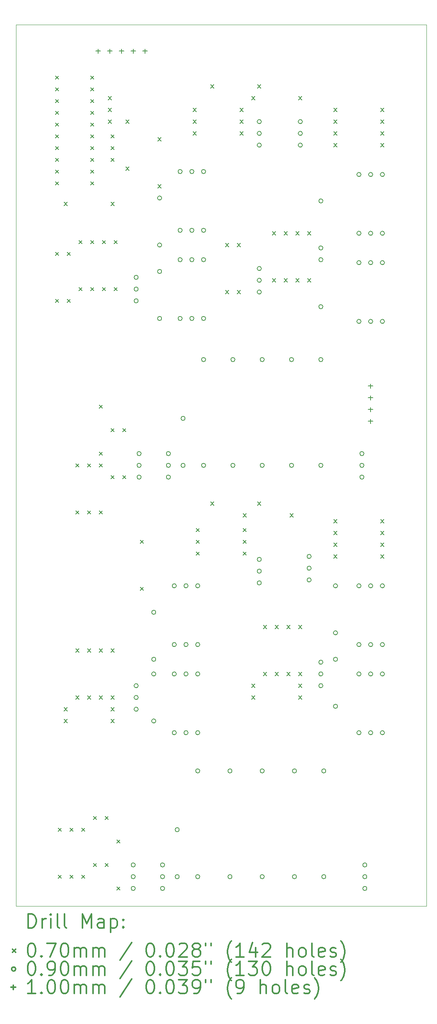
<source format=gbr>
%FSLAX45Y45*%
G04 Gerber Fmt 4.5, Leading zero omitted, Abs format (unit mm)*
G04 Created by KiCad (PCBNEW 4.0.1-stable) date 01/16/17 05:03:12*
%MOMM*%
G01*
G04 APERTURE LIST*
%ADD10C,0.127000*%
%ADD11C,0.100000*%
%ADD12C,0.200000*%
%ADD13C,0.300000*%
G04 APERTURE END LIST*
D10*
D11*
X12192000Y-3810000D02*
X12192000Y-22860000D01*
X21082000Y-22860000D02*
X21082000Y-3810000D01*
X21082000Y-22860000D02*
X12192000Y-22860000D01*
X12192000Y-3810000D02*
X21082000Y-3810000D01*
D12*
X13046000Y-4918000D02*
X13116000Y-4988000D01*
X13116000Y-4918000D02*
X13046000Y-4988000D01*
X13046000Y-5172000D02*
X13116000Y-5242000D01*
X13116000Y-5172000D02*
X13046000Y-5242000D01*
X13046000Y-5426000D02*
X13116000Y-5496000D01*
X13116000Y-5426000D02*
X13046000Y-5496000D01*
X13046000Y-5680000D02*
X13116000Y-5750000D01*
X13116000Y-5680000D02*
X13046000Y-5750000D01*
X13046000Y-5934000D02*
X13116000Y-6004000D01*
X13116000Y-5934000D02*
X13046000Y-6004000D01*
X13046000Y-6188000D02*
X13116000Y-6258000D01*
X13116000Y-6188000D02*
X13046000Y-6258000D01*
X13046000Y-6442000D02*
X13116000Y-6512000D01*
X13116000Y-6442000D02*
X13046000Y-6512000D01*
X13046000Y-6696000D02*
X13116000Y-6766000D01*
X13116000Y-6696000D02*
X13046000Y-6766000D01*
X13046000Y-6950000D02*
X13116000Y-7020000D01*
X13116000Y-6950000D02*
X13046000Y-7020000D01*
X13046000Y-7204000D02*
X13116000Y-7274000D01*
X13116000Y-7204000D02*
X13046000Y-7274000D01*
X13046000Y-8728000D02*
X13116000Y-8798000D01*
X13116000Y-8728000D02*
X13046000Y-8798000D01*
X13046000Y-9744000D02*
X13116000Y-9814000D01*
X13116000Y-9744000D02*
X13046000Y-9814000D01*
X13109500Y-21174000D02*
X13179500Y-21244000D01*
X13179500Y-21174000D02*
X13109500Y-21244000D01*
X13109500Y-22190000D02*
X13179500Y-22260000D01*
X13179500Y-22190000D02*
X13109500Y-22260000D01*
X13236500Y-7648500D02*
X13306500Y-7718500D01*
X13306500Y-7648500D02*
X13236500Y-7718500D01*
X13236500Y-18570500D02*
X13306500Y-18640500D01*
X13306500Y-18570500D02*
X13236500Y-18640500D01*
X13236500Y-18824500D02*
X13306500Y-18894500D01*
X13306500Y-18824500D02*
X13236500Y-18894500D01*
X13300000Y-8728000D02*
X13370000Y-8798000D01*
X13370000Y-8728000D02*
X13300000Y-8798000D01*
X13300000Y-9744000D02*
X13370000Y-9814000D01*
X13370000Y-9744000D02*
X13300000Y-9814000D01*
X13363500Y-21174000D02*
X13433500Y-21244000D01*
X13433500Y-21174000D02*
X13363500Y-21244000D01*
X13363500Y-22190000D02*
X13433500Y-22260000D01*
X13433500Y-22190000D02*
X13363500Y-22260000D01*
X13490500Y-13300000D02*
X13560500Y-13370000D01*
X13560500Y-13300000D02*
X13490500Y-13370000D01*
X13490500Y-14316000D02*
X13560500Y-14386000D01*
X13560500Y-14316000D02*
X13490500Y-14386000D01*
X13490500Y-17300500D02*
X13560500Y-17370500D01*
X13560500Y-17300500D02*
X13490500Y-17370500D01*
X13490500Y-18316500D02*
X13560500Y-18386500D01*
X13560500Y-18316500D02*
X13490500Y-18386500D01*
X13554000Y-8474000D02*
X13624000Y-8544000D01*
X13624000Y-8474000D02*
X13554000Y-8544000D01*
X13554000Y-9490000D02*
X13624000Y-9560000D01*
X13624000Y-9490000D02*
X13554000Y-9560000D01*
X13617500Y-21174000D02*
X13687500Y-21244000D01*
X13687500Y-21174000D02*
X13617500Y-21244000D01*
X13617500Y-22190000D02*
X13687500Y-22260000D01*
X13687500Y-22190000D02*
X13617500Y-22260000D01*
X13744500Y-13300000D02*
X13814500Y-13370000D01*
X13814500Y-13300000D02*
X13744500Y-13370000D01*
X13744500Y-14316000D02*
X13814500Y-14386000D01*
X13814500Y-14316000D02*
X13744500Y-14386000D01*
X13744500Y-17300500D02*
X13814500Y-17370500D01*
X13814500Y-17300500D02*
X13744500Y-17370500D01*
X13744500Y-18316500D02*
X13814500Y-18386500D01*
X13814500Y-18316500D02*
X13744500Y-18386500D01*
X13808000Y-4918000D02*
X13878000Y-4988000D01*
X13878000Y-4918000D02*
X13808000Y-4988000D01*
X13808000Y-5172000D02*
X13878000Y-5242000D01*
X13878000Y-5172000D02*
X13808000Y-5242000D01*
X13808000Y-5426000D02*
X13878000Y-5496000D01*
X13878000Y-5426000D02*
X13808000Y-5496000D01*
X13808000Y-5680000D02*
X13878000Y-5750000D01*
X13878000Y-5680000D02*
X13808000Y-5750000D01*
X13808000Y-5934000D02*
X13878000Y-6004000D01*
X13878000Y-5934000D02*
X13808000Y-6004000D01*
X13808000Y-6188000D02*
X13878000Y-6258000D01*
X13878000Y-6188000D02*
X13808000Y-6258000D01*
X13808000Y-6442000D02*
X13878000Y-6512000D01*
X13878000Y-6442000D02*
X13808000Y-6512000D01*
X13808000Y-6696000D02*
X13878000Y-6766000D01*
X13878000Y-6696000D02*
X13808000Y-6766000D01*
X13808000Y-6950000D02*
X13878000Y-7020000D01*
X13878000Y-6950000D02*
X13808000Y-7020000D01*
X13808000Y-7204000D02*
X13878000Y-7274000D01*
X13878000Y-7204000D02*
X13808000Y-7274000D01*
X13808000Y-8474000D02*
X13878000Y-8544000D01*
X13878000Y-8474000D02*
X13808000Y-8544000D01*
X13808000Y-9490000D02*
X13878000Y-9560000D01*
X13878000Y-9490000D02*
X13808000Y-9560000D01*
X13871500Y-20920000D02*
X13941500Y-20990000D01*
X13941500Y-20920000D02*
X13871500Y-20990000D01*
X13871500Y-21936000D02*
X13941500Y-22006000D01*
X13941500Y-21936000D02*
X13871500Y-22006000D01*
X13998500Y-12030000D02*
X14068500Y-12100000D01*
X14068500Y-12030000D02*
X13998500Y-12100000D01*
X13998500Y-13046000D02*
X14068500Y-13116000D01*
X14068500Y-13046000D02*
X13998500Y-13116000D01*
X13998500Y-13300000D02*
X14068500Y-13370000D01*
X14068500Y-13300000D02*
X13998500Y-13370000D01*
X13998500Y-14316000D02*
X14068500Y-14386000D01*
X14068500Y-14316000D02*
X13998500Y-14386000D01*
X13998500Y-17300500D02*
X14068500Y-17370500D01*
X14068500Y-17300500D02*
X13998500Y-17370500D01*
X13998500Y-18316500D02*
X14068500Y-18386500D01*
X14068500Y-18316500D02*
X13998500Y-18386500D01*
X14062000Y-8474000D02*
X14132000Y-8544000D01*
X14132000Y-8474000D02*
X14062000Y-8544000D01*
X14062000Y-9490000D02*
X14132000Y-9560000D01*
X14132000Y-9490000D02*
X14062000Y-9560000D01*
X14125500Y-20920000D02*
X14195500Y-20990000D01*
X14195500Y-20920000D02*
X14125500Y-20990000D01*
X14125500Y-21936000D02*
X14195500Y-22006000D01*
X14195500Y-21936000D02*
X14125500Y-22006000D01*
X14189000Y-5362500D02*
X14259000Y-5432500D01*
X14259000Y-5362500D02*
X14189000Y-5432500D01*
X14189000Y-5616500D02*
X14259000Y-5686500D01*
X14259000Y-5616500D02*
X14189000Y-5686500D01*
X14189000Y-5870500D02*
X14259000Y-5940500D01*
X14259000Y-5870500D02*
X14189000Y-5940500D01*
X14252500Y-6188000D02*
X14322500Y-6258000D01*
X14322500Y-6188000D02*
X14252500Y-6258000D01*
X14252500Y-6442000D02*
X14322500Y-6512000D01*
X14322500Y-6442000D02*
X14252500Y-6512000D01*
X14252500Y-6696000D02*
X14322500Y-6766000D01*
X14322500Y-6696000D02*
X14252500Y-6766000D01*
X14252500Y-7648500D02*
X14322500Y-7718500D01*
X14322500Y-7648500D02*
X14252500Y-7718500D01*
X14252500Y-12538000D02*
X14322500Y-12608000D01*
X14322500Y-12538000D02*
X14252500Y-12608000D01*
X14252500Y-13554000D02*
X14322500Y-13624000D01*
X14322500Y-13554000D02*
X14252500Y-13624000D01*
X14252500Y-17300500D02*
X14322500Y-17370500D01*
X14322500Y-17300500D02*
X14252500Y-17370500D01*
X14252500Y-18316500D02*
X14322500Y-18386500D01*
X14322500Y-18316500D02*
X14252500Y-18386500D01*
X14252500Y-18570500D02*
X14322500Y-18640500D01*
X14322500Y-18570500D02*
X14252500Y-18640500D01*
X14252500Y-18824500D02*
X14322500Y-18894500D01*
X14322500Y-18824500D02*
X14252500Y-18894500D01*
X14316000Y-8474000D02*
X14386000Y-8544000D01*
X14386000Y-8474000D02*
X14316000Y-8544000D01*
X14316000Y-9490000D02*
X14386000Y-9560000D01*
X14386000Y-9490000D02*
X14316000Y-9560000D01*
X14379500Y-21428000D02*
X14449500Y-21498000D01*
X14449500Y-21428000D02*
X14379500Y-21498000D01*
X14379500Y-22444000D02*
X14449500Y-22514000D01*
X14449500Y-22444000D02*
X14379500Y-22514000D01*
X14506500Y-12538000D02*
X14576500Y-12608000D01*
X14576500Y-12538000D02*
X14506500Y-12608000D01*
X14506500Y-13554000D02*
X14576500Y-13624000D01*
X14576500Y-13554000D02*
X14506500Y-13624000D01*
X14570000Y-5870500D02*
X14640000Y-5940500D01*
X14640000Y-5870500D02*
X14570000Y-5940500D01*
X14570000Y-6886500D02*
X14640000Y-6956500D01*
X14640000Y-6886500D02*
X14570000Y-6956500D01*
X14887500Y-14951000D02*
X14957500Y-15021000D01*
X14957500Y-14951000D02*
X14887500Y-15021000D01*
X14887500Y-15967000D02*
X14957500Y-16037000D01*
X14957500Y-15967000D02*
X14887500Y-16037000D01*
X15268500Y-6251500D02*
X15338500Y-6321500D01*
X15338500Y-6251500D02*
X15268500Y-6321500D01*
X15268500Y-7267500D02*
X15338500Y-7337500D01*
X15338500Y-7267500D02*
X15268500Y-7337500D01*
X16030500Y-5616500D02*
X16100500Y-5686500D01*
X16100500Y-5616500D02*
X16030500Y-5686500D01*
X16030500Y-5870500D02*
X16100500Y-5940500D01*
X16100500Y-5870500D02*
X16030500Y-5940500D01*
X16030500Y-6124500D02*
X16100500Y-6194500D01*
X16100500Y-6124500D02*
X16030500Y-6194500D01*
X16094000Y-14697000D02*
X16164000Y-14767000D01*
X16164000Y-14697000D02*
X16094000Y-14767000D01*
X16094000Y-14951000D02*
X16164000Y-15021000D01*
X16164000Y-14951000D02*
X16094000Y-15021000D01*
X16094000Y-15205000D02*
X16164000Y-15275000D01*
X16164000Y-15205000D02*
X16094000Y-15275000D01*
X16411500Y-5108500D02*
X16481500Y-5178500D01*
X16481500Y-5108500D02*
X16411500Y-5178500D01*
X16411500Y-14125500D02*
X16481500Y-14195500D01*
X16481500Y-14125500D02*
X16411500Y-14195500D01*
X16729000Y-8537500D02*
X16799000Y-8607500D01*
X16799000Y-8537500D02*
X16729000Y-8607500D01*
X16729000Y-9553500D02*
X16799000Y-9623500D01*
X16799000Y-9553500D02*
X16729000Y-9623500D01*
X16983000Y-8537500D02*
X17053000Y-8607500D01*
X17053000Y-8537500D02*
X16983000Y-8607500D01*
X16983000Y-9553500D02*
X17053000Y-9623500D01*
X17053000Y-9553500D02*
X16983000Y-9623500D01*
X17046500Y-5616500D02*
X17116500Y-5686500D01*
X17116500Y-5616500D02*
X17046500Y-5686500D01*
X17046500Y-5870500D02*
X17116500Y-5940500D01*
X17116500Y-5870500D02*
X17046500Y-5940500D01*
X17046500Y-6124500D02*
X17116500Y-6194500D01*
X17116500Y-6124500D02*
X17046500Y-6194500D01*
X17110000Y-14379500D02*
X17180000Y-14449500D01*
X17180000Y-14379500D02*
X17110000Y-14449500D01*
X17110000Y-14697000D02*
X17180000Y-14767000D01*
X17180000Y-14697000D02*
X17110000Y-14767000D01*
X17110000Y-14951000D02*
X17180000Y-15021000D01*
X17180000Y-14951000D02*
X17110000Y-15021000D01*
X17110000Y-15205000D02*
X17180000Y-15275000D01*
X17180000Y-15205000D02*
X17110000Y-15275000D01*
X17300500Y-5362500D02*
X17370500Y-5432500D01*
X17370500Y-5362500D02*
X17300500Y-5432500D01*
X17300500Y-18062500D02*
X17370500Y-18132500D01*
X17370500Y-18062500D02*
X17300500Y-18132500D01*
X17300500Y-18316500D02*
X17370500Y-18386500D01*
X17370500Y-18316500D02*
X17300500Y-18386500D01*
X17427500Y-5108500D02*
X17497500Y-5178500D01*
X17497500Y-5108500D02*
X17427500Y-5178500D01*
X17427500Y-14125500D02*
X17497500Y-14195500D01*
X17497500Y-14125500D02*
X17427500Y-14195500D01*
X17554500Y-16792500D02*
X17624500Y-16862500D01*
X17624500Y-16792500D02*
X17554500Y-16862500D01*
X17554500Y-17808500D02*
X17624500Y-17878500D01*
X17624500Y-17808500D02*
X17554500Y-17878500D01*
X17745000Y-8283500D02*
X17815000Y-8353500D01*
X17815000Y-8283500D02*
X17745000Y-8353500D01*
X17745000Y-9299500D02*
X17815000Y-9369500D01*
X17815000Y-9299500D02*
X17745000Y-9369500D01*
X17808500Y-16792500D02*
X17878500Y-16862500D01*
X17878500Y-16792500D02*
X17808500Y-16862500D01*
X17808500Y-17808500D02*
X17878500Y-17878500D01*
X17878500Y-17808500D02*
X17808500Y-17878500D01*
X17999000Y-8283500D02*
X18069000Y-8353500D01*
X18069000Y-8283500D02*
X17999000Y-8353500D01*
X17999000Y-9299500D02*
X18069000Y-9369500D01*
X18069000Y-9299500D02*
X17999000Y-9369500D01*
X18062500Y-16792500D02*
X18132500Y-16862500D01*
X18132500Y-16792500D02*
X18062500Y-16862500D01*
X18062500Y-17808500D02*
X18132500Y-17878500D01*
X18132500Y-17808500D02*
X18062500Y-17878500D01*
X18126000Y-14379500D02*
X18196000Y-14449500D01*
X18196000Y-14379500D02*
X18126000Y-14449500D01*
X18253000Y-8283500D02*
X18323000Y-8353500D01*
X18323000Y-8283500D02*
X18253000Y-8353500D01*
X18253000Y-9299500D02*
X18323000Y-9369500D01*
X18323000Y-9299500D02*
X18253000Y-9369500D01*
X18316500Y-5362500D02*
X18386500Y-5432500D01*
X18386500Y-5362500D02*
X18316500Y-5432500D01*
X18316500Y-16792500D02*
X18386500Y-16862500D01*
X18386500Y-16792500D02*
X18316500Y-16862500D01*
X18316500Y-17808500D02*
X18386500Y-17878500D01*
X18386500Y-17808500D02*
X18316500Y-17878500D01*
X18316500Y-18062500D02*
X18386500Y-18132500D01*
X18386500Y-18062500D02*
X18316500Y-18132500D01*
X18316500Y-18316500D02*
X18386500Y-18386500D01*
X18386500Y-18316500D02*
X18316500Y-18386500D01*
X18507000Y-8283500D02*
X18577000Y-8353500D01*
X18577000Y-8283500D02*
X18507000Y-8353500D01*
X18507000Y-9299500D02*
X18577000Y-9369500D01*
X18577000Y-9299500D02*
X18507000Y-9369500D01*
X19078500Y-5616500D02*
X19148500Y-5686500D01*
X19148500Y-5616500D02*
X19078500Y-5686500D01*
X19078500Y-5870500D02*
X19148500Y-5940500D01*
X19148500Y-5870500D02*
X19078500Y-5940500D01*
X19078500Y-6124500D02*
X19148500Y-6194500D01*
X19148500Y-6124500D02*
X19078500Y-6194500D01*
X19078500Y-6378500D02*
X19148500Y-6448500D01*
X19148500Y-6378500D02*
X19078500Y-6448500D01*
X19078500Y-14506500D02*
X19148500Y-14576500D01*
X19148500Y-14506500D02*
X19078500Y-14576500D01*
X19078500Y-14760500D02*
X19148500Y-14830500D01*
X19148500Y-14760500D02*
X19078500Y-14830500D01*
X19078500Y-15014500D02*
X19148500Y-15084500D01*
X19148500Y-15014500D02*
X19078500Y-15084500D01*
X19078500Y-15268500D02*
X19148500Y-15338500D01*
X19148500Y-15268500D02*
X19078500Y-15338500D01*
X20094500Y-5616500D02*
X20164500Y-5686500D01*
X20164500Y-5616500D02*
X20094500Y-5686500D01*
X20094500Y-5870500D02*
X20164500Y-5940500D01*
X20164500Y-5870500D02*
X20094500Y-5940500D01*
X20094500Y-6124500D02*
X20164500Y-6194500D01*
X20164500Y-6124500D02*
X20094500Y-6194500D01*
X20094500Y-6378500D02*
X20164500Y-6448500D01*
X20164500Y-6378500D02*
X20094500Y-6448500D01*
X20094500Y-14506500D02*
X20164500Y-14576500D01*
X20164500Y-14506500D02*
X20094500Y-14576500D01*
X20094500Y-14760500D02*
X20164500Y-14830500D01*
X20164500Y-14760500D02*
X20094500Y-14830500D01*
X20094500Y-15014500D02*
X20164500Y-15084500D01*
X20164500Y-15014500D02*
X20094500Y-15084500D01*
X20094500Y-15268500D02*
X20164500Y-15338500D01*
X20164500Y-15268500D02*
X20094500Y-15338500D01*
X14777000Y-21971000D02*
G75*
G03X14777000Y-21971000I-45000J0D01*
G01*
X14777000Y-22225000D02*
G75*
G03X14777000Y-22225000I-45000J0D01*
G01*
X14777000Y-22479000D02*
G75*
G03X14777000Y-22479000I-45000J0D01*
G01*
X14840500Y-9271000D02*
G75*
G03X14840500Y-9271000I-45000J0D01*
G01*
X14840500Y-9525000D02*
G75*
G03X14840500Y-9525000I-45000J0D01*
G01*
X14840500Y-9779000D02*
G75*
G03X14840500Y-9779000I-45000J0D01*
G01*
X14840500Y-18097500D02*
G75*
G03X14840500Y-18097500I-45000J0D01*
G01*
X14840500Y-18351500D02*
G75*
G03X14840500Y-18351500I-45000J0D01*
G01*
X14840500Y-18605500D02*
G75*
G03X14840500Y-18605500I-45000J0D01*
G01*
X14904000Y-13081000D02*
G75*
G03X14904000Y-13081000I-45000J0D01*
G01*
X14904000Y-13335000D02*
G75*
G03X14904000Y-13335000I-45000J0D01*
G01*
X14904000Y-13589000D02*
G75*
G03X14904000Y-13589000I-45000J0D01*
G01*
X15221500Y-17526000D02*
G75*
G03X15221500Y-17526000I-45000J0D01*
G01*
X15221500Y-18859500D02*
G75*
G03X15221500Y-18859500I-45000J0D01*
G01*
X15221754Y-16510052D02*
G75*
G03X15221754Y-16510052I-45000J0D01*
G01*
X15221754Y-17843552D02*
G75*
G03X15221754Y-17843552I-45000J0D01*
G01*
X15348500Y-8572500D02*
G75*
G03X15348500Y-8572500I-45000J0D01*
G01*
X15348500Y-10160000D02*
G75*
G03X15348500Y-10160000I-45000J0D01*
G01*
X15348754Y-7556552D02*
G75*
G03X15348754Y-7556552I-45000J0D01*
G01*
X15348754Y-9144052D02*
G75*
G03X15348754Y-9144052I-45000J0D01*
G01*
X15412000Y-21971000D02*
G75*
G03X15412000Y-21971000I-45000J0D01*
G01*
X15412000Y-22225000D02*
G75*
G03X15412000Y-22225000I-45000J0D01*
G01*
X15412000Y-22479000D02*
G75*
G03X15412000Y-22479000I-45000J0D01*
G01*
X15539000Y-13081000D02*
G75*
G03X15539000Y-13081000I-45000J0D01*
G01*
X15539000Y-13335000D02*
G75*
G03X15539000Y-13335000I-45000J0D01*
G01*
X15539000Y-13589000D02*
G75*
G03X15539000Y-13589000I-45000J0D01*
G01*
X15666000Y-15938500D02*
G75*
G03X15666000Y-15938500I-45000J0D01*
G01*
X15666000Y-17208500D02*
G75*
G03X15666000Y-17208500I-45000J0D01*
G01*
X15666000Y-17843500D02*
G75*
G03X15666000Y-17843500I-45000J0D01*
G01*
X15666000Y-19113500D02*
G75*
G03X15666000Y-19113500I-45000J0D01*
G01*
X15729246Y-22224948D02*
G75*
G03X15729246Y-22224948I-45000J0D01*
G01*
X15729500Y-21209000D02*
G75*
G03X15729500Y-21209000I-45000J0D01*
G01*
X15793000Y-6985000D02*
G75*
G03X15793000Y-6985000I-45000J0D01*
G01*
X15793000Y-8255000D02*
G75*
G03X15793000Y-8255000I-45000J0D01*
G01*
X15793000Y-8890000D02*
G75*
G03X15793000Y-8890000I-45000J0D01*
G01*
X15793000Y-10160000D02*
G75*
G03X15793000Y-10160000I-45000J0D01*
G01*
X15856246Y-13334948D02*
G75*
G03X15856246Y-13334948I-45000J0D01*
G01*
X15856500Y-12319000D02*
G75*
G03X15856500Y-12319000I-45000J0D01*
G01*
X15920000Y-15938500D02*
G75*
G03X15920000Y-15938500I-45000J0D01*
G01*
X15920000Y-17208500D02*
G75*
G03X15920000Y-17208500I-45000J0D01*
G01*
X15920000Y-17843500D02*
G75*
G03X15920000Y-17843500I-45000J0D01*
G01*
X15920000Y-19113500D02*
G75*
G03X15920000Y-19113500I-45000J0D01*
G01*
X16047000Y-6985000D02*
G75*
G03X16047000Y-6985000I-45000J0D01*
G01*
X16047000Y-8255000D02*
G75*
G03X16047000Y-8255000I-45000J0D01*
G01*
X16047000Y-8890000D02*
G75*
G03X16047000Y-8890000I-45000J0D01*
G01*
X16047000Y-10160000D02*
G75*
G03X16047000Y-10160000I-45000J0D01*
G01*
X16174000Y-15938500D02*
G75*
G03X16174000Y-15938500I-45000J0D01*
G01*
X16174000Y-17208500D02*
G75*
G03X16174000Y-17208500I-45000J0D01*
G01*
X16174000Y-17843500D02*
G75*
G03X16174000Y-17843500I-45000J0D01*
G01*
X16174000Y-19113500D02*
G75*
G03X16174000Y-19113500I-45000J0D01*
G01*
X16174000Y-19939000D02*
G75*
G03X16174000Y-19939000I-45000J0D01*
G01*
X16174000Y-22225000D02*
G75*
G03X16174000Y-22225000I-45000J0D01*
G01*
X16301000Y-6985000D02*
G75*
G03X16301000Y-6985000I-45000J0D01*
G01*
X16301000Y-8255000D02*
G75*
G03X16301000Y-8255000I-45000J0D01*
G01*
X16301000Y-8890000D02*
G75*
G03X16301000Y-8890000I-45000J0D01*
G01*
X16301000Y-10160000D02*
G75*
G03X16301000Y-10160000I-45000J0D01*
G01*
X16301000Y-11049000D02*
G75*
G03X16301000Y-11049000I-45000J0D01*
G01*
X16301000Y-13335000D02*
G75*
G03X16301000Y-13335000I-45000J0D01*
G01*
X16872500Y-19939000D02*
G75*
G03X16872500Y-19939000I-45000J0D01*
G01*
X16872500Y-22225000D02*
G75*
G03X16872500Y-22225000I-45000J0D01*
G01*
X16936000Y-11049000D02*
G75*
G03X16936000Y-11049000I-45000J0D01*
G01*
X16936000Y-13335000D02*
G75*
G03X16936000Y-13335000I-45000J0D01*
G01*
X17507500Y-5905500D02*
G75*
G03X17507500Y-5905500I-45000J0D01*
G01*
X17507500Y-6159500D02*
G75*
G03X17507500Y-6159500I-45000J0D01*
G01*
X17507500Y-6413500D02*
G75*
G03X17507500Y-6413500I-45000J0D01*
G01*
X17507500Y-9080500D02*
G75*
G03X17507500Y-9080500I-45000J0D01*
G01*
X17507500Y-9334500D02*
G75*
G03X17507500Y-9334500I-45000J0D01*
G01*
X17507500Y-9588500D02*
G75*
G03X17507500Y-9588500I-45000J0D01*
G01*
X17507500Y-15367000D02*
G75*
G03X17507500Y-15367000I-45000J0D01*
G01*
X17507500Y-15621000D02*
G75*
G03X17507500Y-15621000I-45000J0D01*
G01*
X17507500Y-15875000D02*
G75*
G03X17507500Y-15875000I-45000J0D01*
G01*
X17571000Y-11049000D02*
G75*
G03X17571000Y-11049000I-45000J0D01*
G01*
X17571000Y-13335000D02*
G75*
G03X17571000Y-13335000I-45000J0D01*
G01*
X17571000Y-19939000D02*
G75*
G03X17571000Y-19939000I-45000J0D01*
G01*
X17571000Y-22225000D02*
G75*
G03X17571000Y-22225000I-45000J0D01*
G01*
X18206000Y-11049000D02*
G75*
G03X18206000Y-11049000I-45000J0D01*
G01*
X18206000Y-13335000D02*
G75*
G03X18206000Y-13335000I-45000J0D01*
G01*
X18269500Y-19939000D02*
G75*
G03X18269500Y-19939000I-45000J0D01*
G01*
X18269500Y-22225000D02*
G75*
G03X18269500Y-22225000I-45000J0D01*
G01*
X18396500Y-5905500D02*
G75*
G03X18396500Y-5905500I-45000J0D01*
G01*
X18396500Y-6159500D02*
G75*
G03X18396500Y-6159500I-45000J0D01*
G01*
X18396500Y-6413500D02*
G75*
G03X18396500Y-6413500I-45000J0D01*
G01*
X18587000Y-15303500D02*
G75*
G03X18587000Y-15303500I-45000J0D01*
G01*
X18587000Y-15557500D02*
G75*
G03X18587000Y-15557500I-45000J0D01*
G01*
X18587000Y-15811500D02*
G75*
G03X18587000Y-15811500I-45000J0D01*
G01*
X18841000Y-8636000D02*
G75*
G03X18841000Y-8636000I-45000J0D01*
G01*
X18841000Y-9906000D02*
G75*
G03X18841000Y-9906000I-45000J0D01*
G01*
X18841000Y-11049000D02*
G75*
G03X18841000Y-11049000I-45000J0D01*
G01*
X18841000Y-13335000D02*
G75*
G03X18841000Y-13335000I-45000J0D01*
G01*
X18841000Y-17589500D02*
G75*
G03X18841000Y-17589500I-45000J0D01*
G01*
X18841000Y-17843500D02*
G75*
G03X18841000Y-17843500I-45000J0D01*
G01*
X18841000Y-18097500D02*
G75*
G03X18841000Y-18097500I-45000J0D01*
G01*
X18841254Y-7620052D02*
G75*
G03X18841254Y-7620052I-45000J0D01*
G01*
X18841254Y-8890052D02*
G75*
G03X18841254Y-8890052I-45000J0D01*
G01*
X18904500Y-19939000D02*
G75*
G03X18904500Y-19939000I-45000J0D01*
G01*
X18904500Y-22225000D02*
G75*
G03X18904500Y-22225000I-45000J0D01*
G01*
X19158500Y-16954500D02*
G75*
G03X19158500Y-16954500I-45000J0D01*
G01*
X19158500Y-18542000D02*
G75*
G03X19158500Y-18542000I-45000J0D01*
G01*
X19158754Y-15938552D02*
G75*
G03X19158754Y-15938552I-45000J0D01*
G01*
X19158754Y-17526052D02*
G75*
G03X19158754Y-17526052I-45000J0D01*
G01*
X19666500Y-7048500D02*
G75*
G03X19666500Y-7048500I-45000J0D01*
G01*
X19666500Y-8318500D02*
G75*
G03X19666500Y-8318500I-45000J0D01*
G01*
X19666500Y-8953500D02*
G75*
G03X19666500Y-8953500I-45000J0D01*
G01*
X19666500Y-10223500D02*
G75*
G03X19666500Y-10223500I-45000J0D01*
G01*
X19666500Y-15938500D02*
G75*
G03X19666500Y-15938500I-45000J0D01*
G01*
X19666500Y-17208500D02*
G75*
G03X19666500Y-17208500I-45000J0D01*
G01*
X19666500Y-17843500D02*
G75*
G03X19666500Y-17843500I-45000J0D01*
G01*
X19666500Y-19113500D02*
G75*
G03X19666500Y-19113500I-45000J0D01*
G01*
X19730000Y-13081000D02*
G75*
G03X19730000Y-13081000I-45000J0D01*
G01*
X19730000Y-13335000D02*
G75*
G03X19730000Y-13335000I-45000J0D01*
G01*
X19730000Y-13589000D02*
G75*
G03X19730000Y-13589000I-45000J0D01*
G01*
X19793500Y-21971000D02*
G75*
G03X19793500Y-21971000I-45000J0D01*
G01*
X19793500Y-22225000D02*
G75*
G03X19793500Y-22225000I-45000J0D01*
G01*
X19793500Y-22479000D02*
G75*
G03X19793500Y-22479000I-45000J0D01*
G01*
X19920500Y-7048500D02*
G75*
G03X19920500Y-7048500I-45000J0D01*
G01*
X19920500Y-8318500D02*
G75*
G03X19920500Y-8318500I-45000J0D01*
G01*
X19920500Y-8953500D02*
G75*
G03X19920500Y-8953500I-45000J0D01*
G01*
X19920500Y-10223500D02*
G75*
G03X19920500Y-10223500I-45000J0D01*
G01*
X19920500Y-15938500D02*
G75*
G03X19920500Y-15938500I-45000J0D01*
G01*
X19920500Y-17208500D02*
G75*
G03X19920500Y-17208500I-45000J0D01*
G01*
X19920500Y-17843500D02*
G75*
G03X19920500Y-17843500I-45000J0D01*
G01*
X19920500Y-19113500D02*
G75*
G03X19920500Y-19113500I-45000J0D01*
G01*
X20174500Y-7048500D02*
G75*
G03X20174500Y-7048500I-45000J0D01*
G01*
X20174500Y-8318500D02*
G75*
G03X20174500Y-8318500I-45000J0D01*
G01*
X20174500Y-8953500D02*
G75*
G03X20174500Y-8953500I-45000J0D01*
G01*
X20174500Y-10223500D02*
G75*
G03X20174500Y-10223500I-45000J0D01*
G01*
X20174500Y-15938500D02*
G75*
G03X20174500Y-15938500I-45000J0D01*
G01*
X20174500Y-17208500D02*
G75*
G03X20174500Y-17208500I-45000J0D01*
G01*
X20174500Y-17843500D02*
G75*
G03X20174500Y-17843500I-45000J0D01*
G01*
X20174500Y-19113500D02*
G75*
G03X20174500Y-19113500I-45000J0D01*
G01*
X13970000Y-4331500D02*
X13970000Y-4431500D01*
X13920000Y-4381500D02*
X14020000Y-4381500D01*
X14224000Y-4331500D02*
X14224000Y-4431500D01*
X14174000Y-4381500D02*
X14274000Y-4381500D01*
X14478000Y-4331500D02*
X14478000Y-4431500D01*
X14428000Y-4381500D02*
X14528000Y-4381500D01*
X14732000Y-4331500D02*
X14732000Y-4431500D01*
X14682000Y-4381500D02*
X14782000Y-4381500D01*
X14986000Y-4331500D02*
X14986000Y-4431500D01*
X14936000Y-4381500D02*
X15036000Y-4381500D01*
X19875500Y-11570500D02*
X19875500Y-11670500D01*
X19825500Y-11620500D02*
X19925500Y-11620500D01*
X19875500Y-11824500D02*
X19875500Y-11924500D01*
X19825500Y-11874500D02*
X19925500Y-11874500D01*
X19875500Y-12078500D02*
X19875500Y-12178500D01*
X19825500Y-12128500D02*
X19925500Y-12128500D01*
X19875500Y-12332500D02*
X19875500Y-12432500D01*
X19825500Y-12382500D02*
X19925500Y-12382500D01*
D13*
X12458428Y-23330714D02*
X12458428Y-23030714D01*
X12529857Y-23030714D01*
X12572714Y-23045000D01*
X12601286Y-23073571D01*
X12615571Y-23102143D01*
X12629857Y-23159286D01*
X12629857Y-23202143D01*
X12615571Y-23259286D01*
X12601286Y-23287857D01*
X12572714Y-23316429D01*
X12529857Y-23330714D01*
X12458428Y-23330714D01*
X12758428Y-23330714D02*
X12758428Y-23130714D01*
X12758428Y-23187857D02*
X12772714Y-23159286D01*
X12787000Y-23145000D01*
X12815571Y-23130714D01*
X12844143Y-23130714D01*
X12944143Y-23330714D02*
X12944143Y-23130714D01*
X12944143Y-23030714D02*
X12929857Y-23045000D01*
X12944143Y-23059286D01*
X12958428Y-23045000D01*
X12944143Y-23030714D01*
X12944143Y-23059286D01*
X13129857Y-23330714D02*
X13101286Y-23316429D01*
X13087000Y-23287857D01*
X13087000Y-23030714D01*
X13287000Y-23330714D02*
X13258428Y-23316429D01*
X13244143Y-23287857D01*
X13244143Y-23030714D01*
X13629857Y-23330714D02*
X13629857Y-23030714D01*
X13729857Y-23245000D01*
X13829857Y-23030714D01*
X13829857Y-23330714D01*
X14101286Y-23330714D02*
X14101286Y-23173571D01*
X14087000Y-23145000D01*
X14058428Y-23130714D01*
X14001286Y-23130714D01*
X13972714Y-23145000D01*
X14101286Y-23316429D02*
X14072714Y-23330714D01*
X14001286Y-23330714D01*
X13972714Y-23316429D01*
X13958428Y-23287857D01*
X13958428Y-23259286D01*
X13972714Y-23230714D01*
X14001286Y-23216429D01*
X14072714Y-23216429D01*
X14101286Y-23202143D01*
X14244143Y-23130714D02*
X14244143Y-23430714D01*
X14244143Y-23145000D02*
X14272714Y-23130714D01*
X14329857Y-23130714D01*
X14358428Y-23145000D01*
X14372714Y-23159286D01*
X14387000Y-23187857D01*
X14387000Y-23273571D01*
X14372714Y-23302143D01*
X14358428Y-23316429D01*
X14329857Y-23330714D01*
X14272714Y-23330714D01*
X14244143Y-23316429D01*
X14515571Y-23302143D02*
X14529857Y-23316429D01*
X14515571Y-23330714D01*
X14501286Y-23316429D01*
X14515571Y-23302143D01*
X14515571Y-23330714D01*
X14515571Y-23145000D02*
X14529857Y-23159286D01*
X14515571Y-23173571D01*
X14501286Y-23159286D01*
X14515571Y-23145000D01*
X14515571Y-23173571D01*
X12117000Y-23790000D02*
X12187000Y-23860000D01*
X12187000Y-23790000D02*
X12117000Y-23860000D01*
X12515571Y-23660714D02*
X12544143Y-23660714D01*
X12572714Y-23675000D01*
X12587000Y-23689286D01*
X12601286Y-23717857D01*
X12615571Y-23775000D01*
X12615571Y-23846429D01*
X12601286Y-23903571D01*
X12587000Y-23932143D01*
X12572714Y-23946429D01*
X12544143Y-23960714D01*
X12515571Y-23960714D01*
X12487000Y-23946429D01*
X12472714Y-23932143D01*
X12458428Y-23903571D01*
X12444143Y-23846429D01*
X12444143Y-23775000D01*
X12458428Y-23717857D01*
X12472714Y-23689286D01*
X12487000Y-23675000D01*
X12515571Y-23660714D01*
X12744143Y-23932143D02*
X12758428Y-23946429D01*
X12744143Y-23960714D01*
X12729857Y-23946429D01*
X12744143Y-23932143D01*
X12744143Y-23960714D01*
X12858428Y-23660714D02*
X13058428Y-23660714D01*
X12929857Y-23960714D01*
X13229857Y-23660714D02*
X13258428Y-23660714D01*
X13287000Y-23675000D01*
X13301286Y-23689286D01*
X13315571Y-23717857D01*
X13329857Y-23775000D01*
X13329857Y-23846429D01*
X13315571Y-23903571D01*
X13301286Y-23932143D01*
X13287000Y-23946429D01*
X13258428Y-23960714D01*
X13229857Y-23960714D01*
X13201286Y-23946429D01*
X13187000Y-23932143D01*
X13172714Y-23903571D01*
X13158428Y-23846429D01*
X13158428Y-23775000D01*
X13172714Y-23717857D01*
X13187000Y-23689286D01*
X13201286Y-23675000D01*
X13229857Y-23660714D01*
X13458428Y-23960714D02*
X13458428Y-23760714D01*
X13458428Y-23789286D02*
X13472714Y-23775000D01*
X13501286Y-23760714D01*
X13544143Y-23760714D01*
X13572714Y-23775000D01*
X13587000Y-23803571D01*
X13587000Y-23960714D01*
X13587000Y-23803571D02*
X13601286Y-23775000D01*
X13629857Y-23760714D01*
X13672714Y-23760714D01*
X13701286Y-23775000D01*
X13715571Y-23803571D01*
X13715571Y-23960714D01*
X13858428Y-23960714D02*
X13858428Y-23760714D01*
X13858428Y-23789286D02*
X13872714Y-23775000D01*
X13901286Y-23760714D01*
X13944143Y-23760714D01*
X13972714Y-23775000D01*
X13987000Y-23803571D01*
X13987000Y-23960714D01*
X13987000Y-23803571D02*
X14001286Y-23775000D01*
X14029857Y-23760714D01*
X14072714Y-23760714D01*
X14101286Y-23775000D01*
X14115571Y-23803571D01*
X14115571Y-23960714D01*
X14701286Y-23646429D02*
X14444143Y-24032143D01*
X15087000Y-23660714D02*
X15115571Y-23660714D01*
X15144143Y-23675000D01*
X15158428Y-23689286D01*
X15172714Y-23717857D01*
X15187000Y-23775000D01*
X15187000Y-23846429D01*
X15172714Y-23903571D01*
X15158428Y-23932143D01*
X15144143Y-23946429D01*
X15115571Y-23960714D01*
X15087000Y-23960714D01*
X15058428Y-23946429D01*
X15044143Y-23932143D01*
X15029857Y-23903571D01*
X15015571Y-23846429D01*
X15015571Y-23775000D01*
X15029857Y-23717857D01*
X15044143Y-23689286D01*
X15058428Y-23675000D01*
X15087000Y-23660714D01*
X15315571Y-23932143D02*
X15329857Y-23946429D01*
X15315571Y-23960714D01*
X15301286Y-23946429D01*
X15315571Y-23932143D01*
X15315571Y-23960714D01*
X15515571Y-23660714D02*
X15544143Y-23660714D01*
X15572714Y-23675000D01*
X15587000Y-23689286D01*
X15601285Y-23717857D01*
X15615571Y-23775000D01*
X15615571Y-23846429D01*
X15601285Y-23903571D01*
X15587000Y-23932143D01*
X15572714Y-23946429D01*
X15544143Y-23960714D01*
X15515571Y-23960714D01*
X15487000Y-23946429D01*
X15472714Y-23932143D01*
X15458428Y-23903571D01*
X15444143Y-23846429D01*
X15444143Y-23775000D01*
X15458428Y-23717857D01*
X15472714Y-23689286D01*
X15487000Y-23675000D01*
X15515571Y-23660714D01*
X15729857Y-23689286D02*
X15744143Y-23675000D01*
X15772714Y-23660714D01*
X15844143Y-23660714D01*
X15872714Y-23675000D01*
X15887000Y-23689286D01*
X15901285Y-23717857D01*
X15901285Y-23746429D01*
X15887000Y-23789286D01*
X15715571Y-23960714D01*
X15901285Y-23960714D01*
X16072714Y-23789286D02*
X16044143Y-23775000D01*
X16029857Y-23760714D01*
X16015571Y-23732143D01*
X16015571Y-23717857D01*
X16029857Y-23689286D01*
X16044143Y-23675000D01*
X16072714Y-23660714D01*
X16129857Y-23660714D01*
X16158428Y-23675000D01*
X16172714Y-23689286D01*
X16187000Y-23717857D01*
X16187000Y-23732143D01*
X16172714Y-23760714D01*
X16158428Y-23775000D01*
X16129857Y-23789286D01*
X16072714Y-23789286D01*
X16044143Y-23803571D01*
X16029857Y-23817857D01*
X16015571Y-23846429D01*
X16015571Y-23903571D01*
X16029857Y-23932143D01*
X16044143Y-23946429D01*
X16072714Y-23960714D01*
X16129857Y-23960714D01*
X16158428Y-23946429D01*
X16172714Y-23932143D01*
X16187000Y-23903571D01*
X16187000Y-23846429D01*
X16172714Y-23817857D01*
X16158428Y-23803571D01*
X16129857Y-23789286D01*
X16301286Y-23660714D02*
X16301286Y-23717857D01*
X16415571Y-23660714D02*
X16415571Y-23717857D01*
X16858428Y-24075000D02*
X16844143Y-24060714D01*
X16815571Y-24017857D01*
X16801286Y-23989286D01*
X16787000Y-23946429D01*
X16772714Y-23875000D01*
X16772714Y-23817857D01*
X16787000Y-23746429D01*
X16801286Y-23703571D01*
X16815571Y-23675000D01*
X16844143Y-23632143D01*
X16858428Y-23617857D01*
X17129857Y-23960714D02*
X16958428Y-23960714D01*
X17044143Y-23960714D02*
X17044143Y-23660714D01*
X17015571Y-23703571D01*
X16987000Y-23732143D01*
X16958428Y-23746429D01*
X17387000Y-23760714D02*
X17387000Y-23960714D01*
X17315571Y-23646429D02*
X17244143Y-23860714D01*
X17429857Y-23860714D01*
X17529857Y-23689286D02*
X17544143Y-23675000D01*
X17572714Y-23660714D01*
X17644143Y-23660714D01*
X17672714Y-23675000D01*
X17687000Y-23689286D01*
X17701286Y-23717857D01*
X17701286Y-23746429D01*
X17687000Y-23789286D01*
X17515571Y-23960714D01*
X17701286Y-23960714D01*
X18058428Y-23960714D02*
X18058428Y-23660714D01*
X18187000Y-23960714D02*
X18187000Y-23803571D01*
X18172714Y-23775000D01*
X18144143Y-23760714D01*
X18101286Y-23760714D01*
X18072714Y-23775000D01*
X18058428Y-23789286D01*
X18372714Y-23960714D02*
X18344143Y-23946429D01*
X18329857Y-23932143D01*
X18315571Y-23903571D01*
X18315571Y-23817857D01*
X18329857Y-23789286D01*
X18344143Y-23775000D01*
X18372714Y-23760714D01*
X18415571Y-23760714D01*
X18444143Y-23775000D01*
X18458428Y-23789286D01*
X18472714Y-23817857D01*
X18472714Y-23903571D01*
X18458428Y-23932143D01*
X18444143Y-23946429D01*
X18415571Y-23960714D01*
X18372714Y-23960714D01*
X18644143Y-23960714D02*
X18615571Y-23946429D01*
X18601286Y-23917857D01*
X18601286Y-23660714D01*
X18872714Y-23946429D02*
X18844143Y-23960714D01*
X18787000Y-23960714D01*
X18758429Y-23946429D01*
X18744143Y-23917857D01*
X18744143Y-23803571D01*
X18758429Y-23775000D01*
X18787000Y-23760714D01*
X18844143Y-23760714D01*
X18872714Y-23775000D01*
X18887000Y-23803571D01*
X18887000Y-23832143D01*
X18744143Y-23860714D01*
X19001286Y-23946429D02*
X19029857Y-23960714D01*
X19087000Y-23960714D01*
X19115571Y-23946429D01*
X19129857Y-23917857D01*
X19129857Y-23903571D01*
X19115571Y-23875000D01*
X19087000Y-23860714D01*
X19044143Y-23860714D01*
X19015571Y-23846429D01*
X19001286Y-23817857D01*
X19001286Y-23803571D01*
X19015571Y-23775000D01*
X19044143Y-23760714D01*
X19087000Y-23760714D01*
X19115571Y-23775000D01*
X19229857Y-24075000D02*
X19244143Y-24060714D01*
X19272714Y-24017857D01*
X19287000Y-23989286D01*
X19301286Y-23946429D01*
X19315571Y-23875000D01*
X19315571Y-23817857D01*
X19301286Y-23746429D01*
X19287000Y-23703571D01*
X19272714Y-23675000D01*
X19244143Y-23632143D01*
X19229857Y-23617857D01*
X12187000Y-24221000D02*
G75*
G03X12187000Y-24221000I-45000J0D01*
G01*
X12515571Y-24056714D02*
X12544143Y-24056714D01*
X12572714Y-24071000D01*
X12587000Y-24085286D01*
X12601286Y-24113857D01*
X12615571Y-24171000D01*
X12615571Y-24242429D01*
X12601286Y-24299571D01*
X12587000Y-24328143D01*
X12572714Y-24342429D01*
X12544143Y-24356714D01*
X12515571Y-24356714D01*
X12487000Y-24342429D01*
X12472714Y-24328143D01*
X12458428Y-24299571D01*
X12444143Y-24242429D01*
X12444143Y-24171000D01*
X12458428Y-24113857D01*
X12472714Y-24085286D01*
X12487000Y-24071000D01*
X12515571Y-24056714D01*
X12744143Y-24328143D02*
X12758428Y-24342429D01*
X12744143Y-24356714D01*
X12729857Y-24342429D01*
X12744143Y-24328143D01*
X12744143Y-24356714D01*
X12901286Y-24356714D02*
X12958428Y-24356714D01*
X12987000Y-24342429D01*
X13001286Y-24328143D01*
X13029857Y-24285286D01*
X13044143Y-24228143D01*
X13044143Y-24113857D01*
X13029857Y-24085286D01*
X13015571Y-24071000D01*
X12987000Y-24056714D01*
X12929857Y-24056714D01*
X12901286Y-24071000D01*
X12887000Y-24085286D01*
X12872714Y-24113857D01*
X12872714Y-24185286D01*
X12887000Y-24213857D01*
X12901286Y-24228143D01*
X12929857Y-24242429D01*
X12987000Y-24242429D01*
X13015571Y-24228143D01*
X13029857Y-24213857D01*
X13044143Y-24185286D01*
X13229857Y-24056714D02*
X13258428Y-24056714D01*
X13287000Y-24071000D01*
X13301286Y-24085286D01*
X13315571Y-24113857D01*
X13329857Y-24171000D01*
X13329857Y-24242429D01*
X13315571Y-24299571D01*
X13301286Y-24328143D01*
X13287000Y-24342429D01*
X13258428Y-24356714D01*
X13229857Y-24356714D01*
X13201286Y-24342429D01*
X13187000Y-24328143D01*
X13172714Y-24299571D01*
X13158428Y-24242429D01*
X13158428Y-24171000D01*
X13172714Y-24113857D01*
X13187000Y-24085286D01*
X13201286Y-24071000D01*
X13229857Y-24056714D01*
X13458428Y-24356714D02*
X13458428Y-24156714D01*
X13458428Y-24185286D02*
X13472714Y-24171000D01*
X13501286Y-24156714D01*
X13544143Y-24156714D01*
X13572714Y-24171000D01*
X13587000Y-24199571D01*
X13587000Y-24356714D01*
X13587000Y-24199571D02*
X13601286Y-24171000D01*
X13629857Y-24156714D01*
X13672714Y-24156714D01*
X13701286Y-24171000D01*
X13715571Y-24199571D01*
X13715571Y-24356714D01*
X13858428Y-24356714D02*
X13858428Y-24156714D01*
X13858428Y-24185286D02*
X13872714Y-24171000D01*
X13901286Y-24156714D01*
X13944143Y-24156714D01*
X13972714Y-24171000D01*
X13987000Y-24199571D01*
X13987000Y-24356714D01*
X13987000Y-24199571D02*
X14001286Y-24171000D01*
X14029857Y-24156714D01*
X14072714Y-24156714D01*
X14101286Y-24171000D01*
X14115571Y-24199571D01*
X14115571Y-24356714D01*
X14701286Y-24042429D02*
X14444143Y-24428143D01*
X15087000Y-24056714D02*
X15115571Y-24056714D01*
X15144143Y-24071000D01*
X15158428Y-24085286D01*
X15172714Y-24113857D01*
X15187000Y-24171000D01*
X15187000Y-24242429D01*
X15172714Y-24299571D01*
X15158428Y-24328143D01*
X15144143Y-24342429D01*
X15115571Y-24356714D01*
X15087000Y-24356714D01*
X15058428Y-24342429D01*
X15044143Y-24328143D01*
X15029857Y-24299571D01*
X15015571Y-24242429D01*
X15015571Y-24171000D01*
X15029857Y-24113857D01*
X15044143Y-24085286D01*
X15058428Y-24071000D01*
X15087000Y-24056714D01*
X15315571Y-24328143D02*
X15329857Y-24342429D01*
X15315571Y-24356714D01*
X15301286Y-24342429D01*
X15315571Y-24328143D01*
X15315571Y-24356714D01*
X15515571Y-24056714D02*
X15544143Y-24056714D01*
X15572714Y-24071000D01*
X15587000Y-24085286D01*
X15601285Y-24113857D01*
X15615571Y-24171000D01*
X15615571Y-24242429D01*
X15601285Y-24299571D01*
X15587000Y-24328143D01*
X15572714Y-24342429D01*
X15544143Y-24356714D01*
X15515571Y-24356714D01*
X15487000Y-24342429D01*
X15472714Y-24328143D01*
X15458428Y-24299571D01*
X15444143Y-24242429D01*
X15444143Y-24171000D01*
X15458428Y-24113857D01*
X15472714Y-24085286D01*
X15487000Y-24071000D01*
X15515571Y-24056714D01*
X15715571Y-24056714D02*
X15901285Y-24056714D01*
X15801285Y-24171000D01*
X15844143Y-24171000D01*
X15872714Y-24185286D01*
X15887000Y-24199571D01*
X15901285Y-24228143D01*
X15901285Y-24299571D01*
X15887000Y-24328143D01*
X15872714Y-24342429D01*
X15844143Y-24356714D01*
X15758428Y-24356714D01*
X15729857Y-24342429D01*
X15715571Y-24328143D01*
X16172714Y-24056714D02*
X16029857Y-24056714D01*
X16015571Y-24199571D01*
X16029857Y-24185286D01*
X16058428Y-24171000D01*
X16129857Y-24171000D01*
X16158428Y-24185286D01*
X16172714Y-24199571D01*
X16187000Y-24228143D01*
X16187000Y-24299571D01*
X16172714Y-24328143D01*
X16158428Y-24342429D01*
X16129857Y-24356714D01*
X16058428Y-24356714D01*
X16029857Y-24342429D01*
X16015571Y-24328143D01*
X16301286Y-24056714D02*
X16301286Y-24113857D01*
X16415571Y-24056714D02*
X16415571Y-24113857D01*
X16858428Y-24471000D02*
X16844143Y-24456714D01*
X16815571Y-24413857D01*
X16801286Y-24385286D01*
X16787000Y-24342429D01*
X16772714Y-24271000D01*
X16772714Y-24213857D01*
X16787000Y-24142429D01*
X16801286Y-24099571D01*
X16815571Y-24071000D01*
X16844143Y-24028143D01*
X16858428Y-24013857D01*
X17129857Y-24356714D02*
X16958428Y-24356714D01*
X17044143Y-24356714D02*
X17044143Y-24056714D01*
X17015571Y-24099571D01*
X16987000Y-24128143D01*
X16958428Y-24142429D01*
X17229857Y-24056714D02*
X17415571Y-24056714D01*
X17315571Y-24171000D01*
X17358428Y-24171000D01*
X17387000Y-24185286D01*
X17401286Y-24199571D01*
X17415571Y-24228143D01*
X17415571Y-24299571D01*
X17401286Y-24328143D01*
X17387000Y-24342429D01*
X17358428Y-24356714D01*
X17272714Y-24356714D01*
X17244143Y-24342429D01*
X17229857Y-24328143D01*
X17601286Y-24056714D02*
X17629857Y-24056714D01*
X17658428Y-24071000D01*
X17672714Y-24085286D01*
X17687000Y-24113857D01*
X17701286Y-24171000D01*
X17701286Y-24242429D01*
X17687000Y-24299571D01*
X17672714Y-24328143D01*
X17658428Y-24342429D01*
X17629857Y-24356714D01*
X17601286Y-24356714D01*
X17572714Y-24342429D01*
X17558428Y-24328143D01*
X17544143Y-24299571D01*
X17529857Y-24242429D01*
X17529857Y-24171000D01*
X17544143Y-24113857D01*
X17558428Y-24085286D01*
X17572714Y-24071000D01*
X17601286Y-24056714D01*
X18058428Y-24356714D02*
X18058428Y-24056714D01*
X18187000Y-24356714D02*
X18187000Y-24199571D01*
X18172714Y-24171000D01*
X18144143Y-24156714D01*
X18101286Y-24156714D01*
X18072714Y-24171000D01*
X18058428Y-24185286D01*
X18372714Y-24356714D02*
X18344143Y-24342429D01*
X18329857Y-24328143D01*
X18315571Y-24299571D01*
X18315571Y-24213857D01*
X18329857Y-24185286D01*
X18344143Y-24171000D01*
X18372714Y-24156714D01*
X18415571Y-24156714D01*
X18444143Y-24171000D01*
X18458428Y-24185286D01*
X18472714Y-24213857D01*
X18472714Y-24299571D01*
X18458428Y-24328143D01*
X18444143Y-24342429D01*
X18415571Y-24356714D01*
X18372714Y-24356714D01*
X18644143Y-24356714D02*
X18615571Y-24342429D01*
X18601286Y-24313857D01*
X18601286Y-24056714D01*
X18872714Y-24342429D02*
X18844143Y-24356714D01*
X18787000Y-24356714D01*
X18758429Y-24342429D01*
X18744143Y-24313857D01*
X18744143Y-24199571D01*
X18758429Y-24171000D01*
X18787000Y-24156714D01*
X18844143Y-24156714D01*
X18872714Y-24171000D01*
X18887000Y-24199571D01*
X18887000Y-24228143D01*
X18744143Y-24256714D01*
X19001286Y-24342429D02*
X19029857Y-24356714D01*
X19087000Y-24356714D01*
X19115571Y-24342429D01*
X19129857Y-24313857D01*
X19129857Y-24299571D01*
X19115571Y-24271000D01*
X19087000Y-24256714D01*
X19044143Y-24256714D01*
X19015571Y-24242429D01*
X19001286Y-24213857D01*
X19001286Y-24199571D01*
X19015571Y-24171000D01*
X19044143Y-24156714D01*
X19087000Y-24156714D01*
X19115571Y-24171000D01*
X19229857Y-24471000D02*
X19244143Y-24456714D01*
X19272714Y-24413857D01*
X19287000Y-24385286D01*
X19301286Y-24342429D01*
X19315571Y-24271000D01*
X19315571Y-24213857D01*
X19301286Y-24142429D01*
X19287000Y-24099571D01*
X19272714Y-24071000D01*
X19244143Y-24028143D01*
X19229857Y-24013857D01*
X12137000Y-24567000D02*
X12137000Y-24667000D01*
X12087000Y-24617000D02*
X12187000Y-24617000D01*
X12615571Y-24752714D02*
X12444143Y-24752714D01*
X12529857Y-24752714D02*
X12529857Y-24452714D01*
X12501286Y-24495571D01*
X12472714Y-24524143D01*
X12444143Y-24538429D01*
X12744143Y-24724143D02*
X12758428Y-24738429D01*
X12744143Y-24752714D01*
X12729857Y-24738429D01*
X12744143Y-24724143D01*
X12744143Y-24752714D01*
X12944143Y-24452714D02*
X12972714Y-24452714D01*
X13001286Y-24467000D01*
X13015571Y-24481286D01*
X13029857Y-24509857D01*
X13044143Y-24567000D01*
X13044143Y-24638429D01*
X13029857Y-24695571D01*
X13015571Y-24724143D01*
X13001286Y-24738429D01*
X12972714Y-24752714D01*
X12944143Y-24752714D01*
X12915571Y-24738429D01*
X12901286Y-24724143D01*
X12887000Y-24695571D01*
X12872714Y-24638429D01*
X12872714Y-24567000D01*
X12887000Y-24509857D01*
X12901286Y-24481286D01*
X12915571Y-24467000D01*
X12944143Y-24452714D01*
X13229857Y-24452714D02*
X13258428Y-24452714D01*
X13287000Y-24467000D01*
X13301286Y-24481286D01*
X13315571Y-24509857D01*
X13329857Y-24567000D01*
X13329857Y-24638429D01*
X13315571Y-24695571D01*
X13301286Y-24724143D01*
X13287000Y-24738429D01*
X13258428Y-24752714D01*
X13229857Y-24752714D01*
X13201286Y-24738429D01*
X13187000Y-24724143D01*
X13172714Y-24695571D01*
X13158428Y-24638429D01*
X13158428Y-24567000D01*
X13172714Y-24509857D01*
X13187000Y-24481286D01*
X13201286Y-24467000D01*
X13229857Y-24452714D01*
X13458428Y-24752714D02*
X13458428Y-24552714D01*
X13458428Y-24581286D02*
X13472714Y-24567000D01*
X13501286Y-24552714D01*
X13544143Y-24552714D01*
X13572714Y-24567000D01*
X13587000Y-24595571D01*
X13587000Y-24752714D01*
X13587000Y-24595571D02*
X13601286Y-24567000D01*
X13629857Y-24552714D01*
X13672714Y-24552714D01*
X13701286Y-24567000D01*
X13715571Y-24595571D01*
X13715571Y-24752714D01*
X13858428Y-24752714D02*
X13858428Y-24552714D01*
X13858428Y-24581286D02*
X13872714Y-24567000D01*
X13901286Y-24552714D01*
X13944143Y-24552714D01*
X13972714Y-24567000D01*
X13987000Y-24595571D01*
X13987000Y-24752714D01*
X13987000Y-24595571D02*
X14001286Y-24567000D01*
X14029857Y-24552714D01*
X14072714Y-24552714D01*
X14101286Y-24567000D01*
X14115571Y-24595571D01*
X14115571Y-24752714D01*
X14701286Y-24438429D02*
X14444143Y-24824143D01*
X15087000Y-24452714D02*
X15115571Y-24452714D01*
X15144143Y-24467000D01*
X15158428Y-24481286D01*
X15172714Y-24509857D01*
X15187000Y-24567000D01*
X15187000Y-24638429D01*
X15172714Y-24695571D01*
X15158428Y-24724143D01*
X15144143Y-24738429D01*
X15115571Y-24752714D01*
X15087000Y-24752714D01*
X15058428Y-24738429D01*
X15044143Y-24724143D01*
X15029857Y-24695571D01*
X15015571Y-24638429D01*
X15015571Y-24567000D01*
X15029857Y-24509857D01*
X15044143Y-24481286D01*
X15058428Y-24467000D01*
X15087000Y-24452714D01*
X15315571Y-24724143D02*
X15329857Y-24738429D01*
X15315571Y-24752714D01*
X15301286Y-24738429D01*
X15315571Y-24724143D01*
X15315571Y-24752714D01*
X15515571Y-24452714D02*
X15544143Y-24452714D01*
X15572714Y-24467000D01*
X15587000Y-24481286D01*
X15601285Y-24509857D01*
X15615571Y-24567000D01*
X15615571Y-24638429D01*
X15601285Y-24695571D01*
X15587000Y-24724143D01*
X15572714Y-24738429D01*
X15544143Y-24752714D01*
X15515571Y-24752714D01*
X15487000Y-24738429D01*
X15472714Y-24724143D01*
X15458428Y-24695571D01*
X15444143Y-24638429D01*
X15444143Y-24567000D01*
X15458428Y-24509857D01*
X15472714Y-24481286D01*
X15487000Y-24467000D01*
X15515571Y-24452714D01*
X15715571Y-24452714D02*
X15901285Y-24452714D01*
X15801285Y-24567000D01*
X15844143Y-24567000D01*
X15872714Y-24581286D01*
X15887000Y-24595571D01*
X15901285Y-24624143D01*
X15901285Y-24695571D01*
X15887000Y-24724143D01*
X15872714Y-24738429D01*
X15844143Y-24752714D01*
X15758428Y-24752714D01*
X15729857Y-24738429D01*
X15715571Y-24724143D01*
X16044143Y-24752714D02*
X16101285Y-24752714D01*
X16129857Y-24738429D01*
X16144143Y-24724143D01*
X16172714Y-24681286D01*
X16187000Y-24624143D01*
X16187000Y-24509857D01*
X16172714Y-24481286D01*
X16158428Y-24467000D01*
X16129857Y-24452714D01*
X16072714Y-24452714D01*
X16044143Y-24467000D01*
X16029857Y-24481286D01*
X16015571Y-24509857D01*
X16015571Y-24581286D01*
X16029857Y-24609857D01*
X16044143Y-24624143D01*
X16072714Y-24638429D01*
X16129857Y-24638429D01*
X16158428Y-24624143D01*
X16172714Y-24609857D01*
X16187000Y-24581286D01*
X16301286Y-24452714D02*
X16301286Y-24509857D01*
X16415571Y-24452714D02*
X16415571Y-24509857D01*
X16858428Y-24867000D02*
X16844143Y-24852714D01*
X16815571Y-24809857D01*
X16801286Y-24781286D01*
X16787000Y-24738429D01*
X16772714Y-24667000D01*
X16772714Y-24609857D01*
X16787000Y-24538429D01*
X16801286Y-24495571D01*
X16815571Y-24467000D01*
X16844143Y-24424143D01*
X16858428Y-24409857D01*
X16987000Y-24752714D02*
X17044143Y-24752714D01*
X17072714Y-24738429D01*
X17087000Y-24724143D01*
X17115571Y-24681286D01*
X17129857Y-24624143D01*
X17129857Y-24509857D01*
X17115571Y-24481286D01*
X17101286Y-24467000D01*
X17072714Y-24452714D01*
X17015571Y-24452714D01*
X16987000Y-24467000D01*
X16972714Y-24481286D01*
X16958428Y-24509857D01*
X16958428Y-24581286D01*
X16972714Y-24609857D01*
X16987000Y-24624143D01*
X17015571Y-24638429D01*
X17072714Y-24638429D01*
X17101286Y-24624143D01*
X17115571Y-24609857D01*
X17129857Y-24581286D01*
X17487000Y-24752714D02*
X17487000Y-24452714D01*
X17615571Y-24752714D02*
X17615571Y-24595571D01*
X17601286Y-24567000D01*
X17572714Y-24552714D01*
X17529857Y-24552714D01*
X17501286Y-24567000D01*
X17487000Y-24581286D01*
X17801286Y-24752714D02*
X17772714Y-24738429D01*
X17758428Y-24724143D01*
X17744143Y-24695571D01*
X17744143Y-24609857D01*
X17758428Y-24581286D01*
X17772714Y-24567000D01*
X17801286Y-24552714D01*
X17844143Y-24552714D01*
X17872714Y-24567000D01*
X17887000Y-24581286D01*
X17901286Y-24609857D01*
X17901286Y-24695571D01*
X17887000Y-24724143D01*
X17872714Y-24738429D01*
X17844143Y-24752714D01*
X17801286Y-24752714D01*
X18072714Y-24752714D02*
X18044143Y-24738429D01*
X18029857Y-24709857D01*
X18029857Y-24452714D01*
X18301286Y-24738429D02*
X18272714Y-24752714D01*
X18215571Y-24752714D01*
X18187000Y-24738429D01*
X18172714Y-24709857D01*
X18172714Y-24595571D01*
X18187000Y-24567000D01*
X18215571Y-24552714D01*
X18272714Y-24552714D01*
X18301286Y-24567000D01*
X18315571Y-24595571D01*
X18315571Y-24624143D01*
X18172714Y-24652714D01*
X18429857Y-24738429D02*
X18458429Y-24752714D01*
X18515571Y-24752714D01*
X18544143Y-24738429D01*
X18558429Y-24709857D01*
X18558429Y-24695571D01*
X18544143Y-24667000D01*
X18515571Y-24652714D01*
X18472714Y-24652714D01*
X18444143Y-24638429D01*
X18429857Y-24609857D01*
X18429857Y-24595571D01*
X18444143Y-24567000D01*
X18472714Y-24552714D01*
X18515571Y-24552714D01*
X18544143Y-24567000D01*
X18658428Y-24867000D02*
X18672714Y-24852714D01*
X18701286Y-24809857D01*
X18715571Y-24781286D01*
X18729857Y-24738429D01*
X18744143Y-24667000D01*
X18744143Y-24609857D01*
X18729857Y-24538429D01*
X18715571Y-24495571D01*
X18701286Y-24467000D01*
X18672714Y-24424143D01*
X18658428Y-24409857D01*
M02*

</source>
